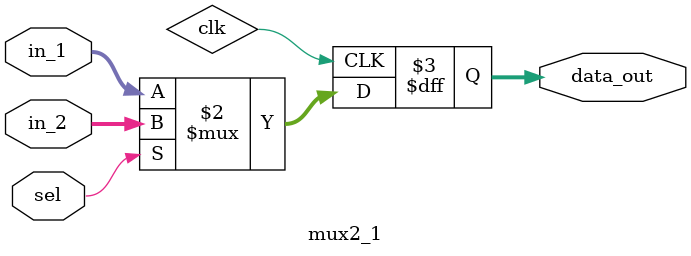
<source format=v>

module mux2_1(in_1, in_2, sel, data_out);

input      [31:0] in_1;
input      [31:0] in_2;
input             sel;
output reg    [31:0] data_out;

always @(posedge clk) begin
        data_out = sel ? in_2 : in_1; 
    end

endmodule
</source>
